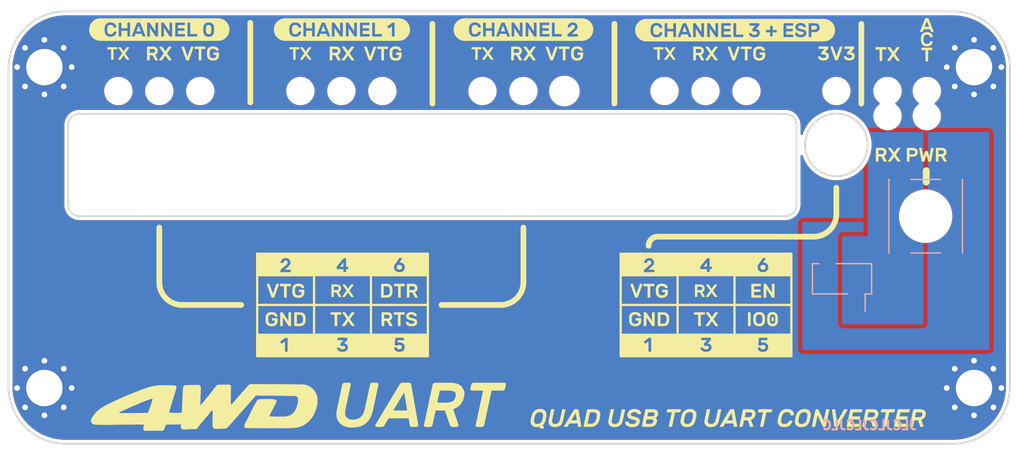
<source format=kicad_pcb>
(kicad_pcb (version 20221018) (generator pcbnew)
  (layers (0 "F.Cu" signal) (31 "B.Cu" signal) (34 "B.Paste" user) (35 "F.Paste" user) (36 "B.SilkS" user "B.Silkscreen") (37 "F.SilkS" user "F.Silkscreen") (38 "B.Mask" user) (39 "F.Mask" user) (44 "Edge.Cuts" user))
  (net 0 "")
  (net 1 "GND")
  (net 2 "/SW0")
  (net 3 "/SW1")
  (footprint "kibuzzard-62DC0E29" (layer "F.Cu") (at 143 75.7)
    (fp_text reference "kibuzzard-62DC0E29" hide)
    (fp_text value "G***" hide)
  )
  (footprint "kibuzzard-62DC0E3F" (layer "F.Cu") (at 155.4 75.7)
    (fp_text reference "kibuzzard-62DC0E3F" hide)
    (fp_text value "G***" hide)
  )
  (footprint "kibuzzard-62DBE6B4" (layer "F.Cu") (at 164.05 96.55)
    (fp_text reference "kibuzzard-62DBE6B4" hide)
    (fp_text value "G***" hide)
  )
  (footprint "MountingHole:MountingHole_3.2mm_M3_Pad_Via" (layer "F.Cu") (at 100.9 76.9)
    (fp_text reference "H21" hide)
    (fp_text value "M3")
    (pad "1" thru_hole circle (at -2.4 0) (size 0.8 0.8) (drill 0.5) (layers "*.Cu" "*.Mask") (net 1 "GND"))
    (pad "1" thru_hole circle (at -1.697056 -1.697056) (size 0.8 0.8) (drill 0.5) (layers "*.Cu" "*.Mask") (net 1 "GND"))
    (pad "1" thru_hole circle (at -1.697056 1.697056) (size 0.8 0.8) (drill 0.5) (layers "*.Cu" "*.Mask") (net 1 "GND"))
    (pad "1" thru_hole circle (at 0 -2.4) (size 0.8 0.8) (drill 0.5) (layers "*.Cu" "*.Mask") (net 1 "GND"))
    (pad "1" thru_hole circle (at 0 0) (size 5.6 5.6) (drill 3.2) (layers "*.Cu" "*.Mask") (net 1 "GND"))
    (pad "1" thru_hole circle (at 0 2.4) (size 0.8 0.8) (drill 0.5) (layers "*.Cu" "*.Mask") (net 1 "GND"))
    (pad "1" thru_hole circle (at 1.697056 -1.697056) (size 0.8 0.8) (drill 0.5) (layers "*.Cu" "*.Mask") (net 1 "GND"))
    (pad "1" thru_hole circle (at 1.697056 1.697056) (size 0.8 0.8) (drill 0.5) (layers "*.Cu" "*.Mask") (net 1 "GND"))
    (pad "1" thru_hole circle (at 2.4 0) (size 0.8 0.8) (drill 0.5) (layers "*.Cu" "*.Mask") (net 1 "GND"))
  )
  (footprint "kibuzzard-62DBE989" (layer "F.Cu") (at 161 107.8)
    (fp_text reference "kibuzzard-62DBE989" hide)
    (fp_text value "G***" hide)
  )
  (footprint "kibuzzard-62DBE531" (layer "F.Cu") (at 164.05 101.3)
    (fp_text reference "kibuzzard-62DBE531" hide)
    (fp_text value "G***" hide)
  )
  (footprint "MountingHole:MountingHole_2.2mm_M2_ISO7380" (layer "F.Cu") (at 159 79)
    (fp_text reference "H4" hide)
    (fp_text value "TX3")
    (pad "" np_thru_hole circle (at 0 0) (size 1.8 1.8) (drill 1.8) (layers "F&B.Cu" "*.Mask"))
  )
  (footprint "MountingHole:MountingHole_2.2mm_M2_ISO7380" (layer "F.Cu") (at 155.4 79)
    (fp_text reference "H12" hide)
    (fp_text value "VTG3")
    (pad "" np_thru_hole circle (at 0 0) (size 1.8 1.8) (drill 1.8) (layers "F&B.Cu" "*.Mask"))
  )
  (footprint "MountingHole:MountingHole_3.2mm_M3_Pad_Via" (layer "F.Cu") (at 182.6 76.9)
    (fp_text reference "H19" hide)
    (fp_text value "M3")
    (pad "1" thru_hole circle (at -2.4 0) (size 0.8 0.8) (drill 0.5) (layers "*.Cu" "*.Mask") (net 1 "GND"))
    (pad "1" thru_hole circle (at -1.697056 -1.697056) (size 0.8 0.8) (drill 0.5) (layers "*.Cu" "*.Mask") (net 1 "GND"))
    (pad "1" thru_hole circle (at -1.697056 1.697056) (size 0.8 0.8) (drill 0.5) (layers "*.Cu" "*.Mask") (net 1 "GND"))
    (pad "1" thru_hole circle (at 0 -2.4) (size 0.8 0.8) (drill 0.5) (layers "*.Cu" "*.Mask") (net 1 "GND"))
    (pad "1" thru_hole circle (at 0 0) (size 5.6 5.6) (drill 3.2) (layers "*.Cu" "*.Mask") (net 1 "GND"))
    (pad "1" thru_hole circle (at 0 2.4) (size 0.8 0.8) (drill 0.5) (layers "*.Cu" "*.Mask") (net 1 "GND"))
    (pad "1" thru_hole circle (at 1.697056 -1.697056) (size 0.8 0.8) (drill 0.5) (layers "*.Cu" "*.Mask") (net 1 "GND"))
    (pad "1" thru_hole circle (at 1.697056 1.697056) (size 0.8 0.8) (drill 0.5) (layers "*.Cu" "*.Mask") (net 1 "GND"))
    (pad "1" thru_hole circle (at 2.4 0) (size 0.8 0.8) (drill 0.5) (layers "*.Cu" "*.Mask") (net 1 "GND"))
  )
  (footprint "kibuzzard-62DBDE64" (layer "F.Cu") (at 175 75.75)
    (fp_text reference "kibuzzard-62DBDE64" hide)
    (fp_text value "G***" hide)
  )
  (footprint "kibuzzard-62DBDE6B" (layer "F.Cu") (at 162.6 75.7)
    (fp_text reference "kibuzzard-62DBDE6B" hide)
    (fp_text value "G***" hide)
  )
  (footprint "kibuzzard-62DBE505" (layer "F.Cu") (at 154.05 94.3)
    (fp_text reference "kibuzzard-62DBE505" hide)
    (fp_text value "G***" hide)
  )
  (footprint "kibuzzard-62DBE2BC" (layer "F.Cu") (at 127.1 99.05)
    (fp_text reference "kibuzzard-62DBE2BC" hide)
    (fp_text value "G***" hide)
  )
  (footprint "kibuzzard-62DBE531" (layer "F.Cu") (at 132.1 101.3)
    (fp_text reference "kibuzzard-62DBE531" hide)
    (fp_text value "G***" hide)
  )
  (footprint "MountingHole:MountingHole_2.2mm_M2_ISO7380" (layer "F.Cu") (at 130.6 79)
    (fp_text reference "H6" hide)
    (fp_text value "RX1")
    (pad "" np_thru_hole circle (at 0 0) (size 1.8 1.8) (drill 1.8) (layers "F&B.Cu" "*.Mask"))
  )
  (footprint "MountingHole:MountingHole_3.2mm_M3_Pad_Via" (layer "F.Cu") (at 182.6 105.1)
    (fp_text reference "H20" hide)
    (fp_text value "M3")
    (pad "1" thru_hole circle (at -2.4 0) (size 0.8 0.8) (drill 0.5) (layers "*.Cu" "*.Mask") (net 1 "GND"))
    (pad "1" thru_hole circle (at -1.697056 -1.697056) (size 0.8 0.8) (drill 0.5) (layers "*.Cu" "*.Mask") (net 1 "GND"))
    (pad "1" thru_hole circle (at -1.697056 1.697056) (size 0.8 0.8) (drill 0.5) (layers "*.Cu" "*.Mask") (net 1 "GND"))
    (pad "1" thru_hole circle (at 0 -2.4) (size 0.8 0.8) (drill 0.5) (layers "*.Cu" "*.Mask") (net 1 "GND"))
    (pad "1" thru_hole circle (at 0 0) (size 5.6 5.6) (drill 3.2) (layers "*.Cu" "*.Mask") (net 1 "GND"))
    (pad "1" thru_hole circle (at 0 2.4) (size 0.8 0.8) (drill 0.5) (layers "*.Cu" "*.Mask") (net 1 "GND"))
    (pad "1" thru_hole circle (at 1.697056 -1.697056) (size 0.8 0.8) (drill 0.5) (layers "*.Cu" "*.Mask") (net 1 "GND"))
    (pad "1" thru_hole circle (at 1.697056 1.697056) (size 0.8 0.8) (drill 0.5) (layers "*.Cu" "*.Mask") (net 1 "GND"))
    (pad "1" thru_hole circle (at 2.4 0) (size 0.8 0.8) (drill 0.5) (layers "*.Cu" "*.Mask") (net 1 "GND"))
  )
  (footprint "MountingHole:MountingHole_2.2mm_M2_ISO7380" (layer "F.Cu") (at 139.4 79)
    (fp_text reference "H11" hide)
    (fp_text value "VTG2")
    (pad "" np_thru_hole circle (at 0 0) (size 1.8 1.8) (drill 1.8) (layers "F&B.Cu" "*.Mask"))
  )
  (footprint "kibuzzard-62DC0E38" (layer "F.Cu") (at 159 75.7)
    (fp_text reference "kibuzzard-62DC0E38" hide)
    (fp_text value "G***" hide)
  )
  (footprint "kibuzzard-62DBE2E2" (layer "F.Cu") (at 154.05 99.05)
    (fp_text reference "kibuzzard-62DBE2E2" hide)
    (fp_text value "G***" hide)
  )
  (footprint "MountingHole:MountingHole_2.2mm_M2_ISO7380" (layer "F.Cu") (at 123.4 79)
    (fp_text reference "H10" hide)
    (fp_text value "VTG1")
    (pad "" np_thru_hole circle (at 0 0) (size 1.8 1.8) (drill 1.8) (layers "F&B.Cu" "*.Mask"))
  )
  (footprint "MountingHole:MountingHole_2.2mm_M2_ISO7380" (layer "F.Cu") (at 175 79)
    (fp_text reference "H13" hide)
    (fp_text value "TXS")
    (pad "" np_thru_hole circle (at 0 0) (size 1.8 1.8) (drill 1.8) (layers "F&B.Cu" "*.Mask"))
  )
  (footprint "kibuzzard-62DBE083" (layer "F.Cu") (at 143 73.6)
    (fp_text reference "kibuzzard-62DBE083" hide)
    (fp_text value "G***" hide)
  )
  (footprint "MountingHole:MountingHole_2.2mm_M2_ISO7380" (layer "F.Cu") (at 175 81.2)
    (fp_text reference "H14" hide)
    (fp_text value "RXS")
    (pad "" np_thru_hole circle (at 0 0) (size 1.8 1.8) (drill 1.8) (layers "F&B.Cu" "*.Mask"))
  )
  (footprint "kibuzzard-62DBE1C8" (layer "F.Cu") (at 178.45 73.2)
    (fp_text reference "kibuzzard-62DBE1C8" hide)
    (fp_text value "G***" hide)
  )
  (footprint "kibuzzard-62DBE2C4" (layer "F.Cu") (at 159.05 96.55)
    (fp_text reference "kibuzzard-62DBE2C4" hide)
    (fp_text value "G***" hide)
  )
  (footprint "kibuzzard-62DC0460" (layer "F.Cu") (at 161.6 73.65)
    (fp_text reference "kibuzzard-62DC0460" hide)
    (fp_text value "G***" hide)
  )
  (footprint "kibuzzard-62DBE4A6" (layer "F.Cu") (at 122.1 101.3)
    (fp_text reference "kibuzzard-62DBE4A6" hide)
    (fp_text value "G***" hide)
  )
  (footprint "MountingHole:MountingHole_3.2mm_M3_Pad_Via" (layer "F.Cu") (at 100.9 105.1)
    (fp_text reference "H18" hide)
    (fp_text value "M3")
    (pad "1" thru_hole circle (at -2.4 0) (size 0.8 0.8) (drill 0.5) (layers "*.Cu" "*.Mask") (net 1 "GND"))
    (pad "1" thru_hole circle (at -1.697056 -1.697056) (size 0.8 0.8) (drill 0.5) (layers "*.Cu" "*.Mask") (net 1 "GND"))
    (pad "1" thru_hole circle (at -1.697056 1.697056) (size 0.8 0.8) (drill 0.5) (layers "*.Cu" "*.Mask") (net 1 "GND"))
    (pad "1" thru_hole circle (at 0 -2.4) (size 0.8 0.8) (drill 0.5) (layers "*.Cu" "*.Mask") (net 1 "GND"))
    (pad "1" thru_hole circle (at 0 0) (size 5.6 5.6) (drill 3.2) (layers "*.Cu" "*.Mask") (net 1 "GND"))
    (pad "1" thru_hole circle (at 0 2.4) (size 0.8 0.8) (drill 0.5) (layers "*.Cu" "*.Mask") (net 1 "GND"))
    (pad "1" thru_hole circle (at 1.697056 -1.697056) (size 0.8 0.8) (drill 0.5) (layers "*.Cu" "*.Mask") (net 1 "GND"))
    (pad "1" thru_hole circle (at 1.697056 1.697056) (size 0.8 0.8) (drill 0.5) (layers "*.Cu" "*.Mask") (net 1 "GND"))
    (pad "1" thru_hole circle (at 2.4 0) (size 0.8 0.8) (drill 0.5) (layers "*.Cu" "*.Mask") (net 1 "GND"))
  )
  (footprint "MountingHole:MountingHole_2.2mm_M2_ISO7380" (layer "F.Cu") (at 127 79)
    (fp_text reference "H2" hide)
    (fp_text value "TX1")
    (pad "" np_thru_hole circle (at 0 0) (size 1.8 1.8) (drill 1.8) (layers "F&B.Cu" "*.Mask"))
  )
  (footprint "MountingHole:MountingHole_2.2mm_M2_ISO7380" (layer "F.Cu") (at 114.6 79)
    (fp_text reference "H5" hide)
    (fp_text value "RX0")
    (pad "" np_thru_hole circle (at 0 0) (size 1.8 1.8) (drill 1.8) (layers "F&B.Cu" "*.Mask"))
  )
  (footprint "kibuzzard-62DBE2D9" (layer "F.Cu") (at 132.1 96.55)
    (fp_text reference "kibuzzard-62DBE2D9" hide)
    (fp_text value "G***" hide)
  )
  (footprint "kibuzzard-62DBE071" (layer "F.Cu") (at 127.05 73.6)
    (fp_text reference "kibuzzard-62DBE071" hide)
    (fp_text value "G***" hide)
  )
  (footprint "kibuzzard-62DBE545" (layer "F.Cu") (at 164.05 94.3)
    (fp_text reference "kibuzzard-62DBE545" hide)
    (fp_text value "G***" hide)
  )
  (footprint "kibuzzard-62DBE1FE" (layer "F.Cu") (at 178.45 84.6)
    (fp_text reference "kibuzzard-62DBE1FE" hide)
    (fp_text value "G***" hide)
  )
  (footprint "kibuzzard-62D9AA82" (layer "F.Cu") (at 134 106.606549)
    (fp_text reference "kibuzzard-62D9AA82" hide)
    (fp_text value "G***" hide)
  )
  (footprint "LOGO" (layer "F.Cu") (at 115.358785 105.487287 -1.4)
    (fp_text reference "G***" hide)
    (fp_text value "LOGO" hide)
  )
  (footprint "kibuzzard-62DBDE6B" (layer "F.Cu") (at 130.65 75.7)
    (fp_text reference "kibuzzard-62DBDE6B" hide)
    (fp_text value "G***" hide)
  )
  (footprint "kibuzzard-62DBE505" (layer "F.Cu") (at 122.1 94.3)
    (fp_text reference "kibuzzard-62DBE505" hide)
    (fp_text value "G***" hide)
  )
  (footprint "kibuzzard-62DC0E10" (layer "F.Cu") (at 107.4 75.7)
    (fp_text reference "kibuzzard-62DC0E10" hide)
    (fp_text value "G***" hide)
  )
  (footprint "kibuzzard-62DBE0FA" (layer "F.Cu") (at 170.5 75.7)
    (fp_text reference "kibuzzard-62DBE0FA" hide)
    (fp_text value "G***" hide)
  )
  (footprint "MountingHole:MountingHole_2.2mm_M2_ISO7380" (layer "F.Cu") (at 111 79)
    (fp_text reference "H1" hide)
    (fp_text value "TX0")
    (pad "" np_thru_hole circle (at 0 0) (size 1.8 1.8) (drill 1.8) (layers "F&B.Cu" "*.Mask"))
  )
  (footprint "kibuzzard-62DBE2E2" (layer "F.Cu") (at 122.1 99.05)
    (fp_text reference "kibuzzard-62DBE2E2" hide)
    (fp_text value "G***" hide)
  )
  (footprint "kibuzzard-62DBE020" (layer "F.Cu") (at 111 73.6)
    (fp_text reference "kibuzzard-62DBE020" hide)
    (fp_text value "G***" hide)
  )
  (footprint "kibuzzard-62DC0E21" (layer "F.Cu") (at 123.4 75.7)
    (fp_text reference "kibuzzard-62DC0E21" hide)
    (fp_text value "G***" hide)
  )
  (footprint "kibuzzard-62DBE386" (layer "F.Cu") (at 132.1 99.05)
    (fp_text reference "kibuzzard-62DBE386" hide)
    (fp_text value "G***" hide)
  )
  (footprint "kibuzzard-62DBE523" (layer "F.Cu") (at 127.1 94.3)
    (fp_text reference "kibuzzard-62DBE523" hide)
    (fp_text value "G***" hide)
  )
  (footprint "kibuzzard-62DBE2BC" (layer "F.Cu") (at 159.05 99.05)
    (fp_text reference "kibuzzard-62DBE2BC" hide)
    (fp_text value "G***" hide)
  )
  (footprint "kibuzzard-62DBE2B6" (layer "F.Cu") (at 122.1 96.55)
    (fp_text reference "kibuzzard-62DBE2B6" hide)
    (fp_text value "G***" hide)
  )
  (footprint "kibuzzard-62DBE135" (layer "F.Cu") (at 175.05 84.6)
    (fp_text reference "kibuzzard-62DBE135" hide)
    (fp_text value "G***" hide)
  )
  (footprint "kibuzzard-62DBDE6B" (layer "F.Cu") (at 146.6 75.7)
    (fp_text reference "kibuzzard-62DBDE6B" hide)
    (fp_text value "G***" hide)
  )
  (footprint "MountingHole:MountingHole_2.2mm_M2_ISO7380" (layer "F.Cu") (at 146.6 79)
    (fp_text reference "H7" hide)
    (fp_text value "RX2")
    (pad "" np_thru_hole circle (at 0 0) (size 2 2) (drill 2) (layers "F&B.Cu" "*.Mask"))
  )
  (footprint "kibuzzard-62DBE545" (layer "F.Cu") (at 132.1 94.3)
    (fp_text reference "kibuzzard-62DBE545" hide)
    (fp_text value "G***" hide)
  )
  (footprint "MountingHole:MountingHole_2.2mm_M2_ISO7380" (layer "F.Cu") (at 178.45 79)
    (fp_text reference "H16" hide)
    (fp_text value "ACT")
    (pad "" np_thru_hole circle (at 0 0) (size 1.8 1.8) (drill 1.8) (layers "F&B.Cu" "*.Mask"))
  )
  (footprint "kibuzzard-62DBE523" (layer "F.Cu") (at 159.05 94.3)
    (fp_text reference "kibuzzard-62DBE523" hide)
    (fp_text value "G***" hide)
  )
  (footprint "MountingHole:MountingHole_2.2mm_M2_ISO7380" (layer "F.Cu") (at 178.45 81.2)
    (fp_text reference "H17" hide)
    (fp_text value "PWR")
    (pad "" np_thru_hole circle (at 0 0) (size 1.8 1.8) (drill 1.8) (layers "F&B.Cu" "*.Mask"))
  )
  (footprint "MountingHole:MountingHole_2.2mm_M2_ISO7380" (layer "F.Cu") (at 170.5 79)
    (fp_text reference "H15" hide)
    (fp_text value "INT3V3")
    (pad "" np_thru_hole circle (at 0 0) (size 1.8 1.8) (drill 1.8) (layers "F&B.Cu" "*.Mask"))
  )
  (footprint "kibuzzard-62DC0E32" (layer "F.Cu") (at 139.4 75.7)
    (fp_text reference "kibuzzard-62DC0E32" hide)
    (fp_text value "G***" hide)
  )
  (footprint "kibuzzard-62DC0E19" (layer "F.Cu") (at 127.05 75.7)
    (fp_text reference "kibuzzard-62DC0E19" hide)
    (fp_text value "G***" hide)
  )
  (footprint "kibuzzard-62DBE511" (layer "F.Cu") (at 159.05 101.3)
    (fp_text reference "kibuzzard-62DBE511" hide)
    (fp_text value "G***" hide)
  )
  (footprint "MountingHole:MountingHole_2.2mm_M2_ISO7380" (layer "F.Cu") (at 143 79)
    (fp_text reference "H3" hide)
    (fp_text value "TX2")
    (pad "" np_thru_hole circle (at 0 0) (size 1.8 1.8) (drill 1.8) (layers "F&B.Cu" "*.Mask"))
  )
  (footprint "kibuzzard-62DBE511" (layer "F.Cu") (at 127.1 101.3)
    (fp_text reference "kibuzzard-62DBE511" hide)
    (fp_text value "G***" hide)
  )
  (footprint "kibuzzard-62DBDE6B" (layer "F.Cu") (at 114.6 75.7)
    (fp_text reference "kibuzzard-62DBDE6B" hide)
    (fp_text value "G***" hide)
  )
  (footprint "kibuzzard-62DBE6A2" (layer "F.Cu") (at 164.05 99.05)
    (fp_text reference "kibuzzard-62DBE6A2" hide)
    (fp_text value "G***" hide)
  )
  (footprint "MountingHole:MountingHole_2.2mm_M2_ISO7380" (layer "F.Cu") (at 107.4 79 45)
    (fp_text reference "H9" hide)
    (fp_text value "VTG0")
    (pad "" np_thru_hole circle (at 0 0 45) (size 1.8 1.8) (drill 1.8) (layers "F&B.Cu" "*.Mask"))
  )
  (footprint "kibuzzard-62DBE2C4" (layer "F.Cu") (at 127.1 96.55)
    (fp_text reference "kibuzzard-62DBE2C4" hide)
    (fp_text value "G***" hide)
  )
  (footprint "kibuzzard-62DBE1D8" (layer "F.Cu") (at 178.45 75.8)
    (fp_text reference "kibuzzard-62DBE1D8" hide)
    (fp_text value "G***" hide)
  )
  (footprint "kibuzzard-62DBE2B6" (layer "F.Cu") (at 154.05 96.55)
    (fp_text reference "kibuzzard-62DBE2B6" hide)
    (fp_text value "G***" hide)
  )
  (footprint "kibuzzard-62DBE1D1" (layer "F.Cu") (at 178.45 74.45)
    (fp_text reference "kibuzzard-62DBE1D1" hide)
    (fp_text value "G***" hide)
  )
  (footprint "MountingHole:MountingHole_2.2mm_M2_ISO7380" (layer "F.Cu") (at 162.6 79)
    (fp_text reference "H8" hide)
    (fp_text value "RX3")
    (pad "" np_thru_hole circle (at 0 0) (size 1.8 1.8) (drill 1.8) (layers "F&B.Cu" "*.Mask"))
  )
  (footprint "kibuzzard-62DBE4A6" (layer "F.Cu") (at 154.05 101.3)
    (fp_text reference "kibuzzard-62DBE4A6" hide)
    (fp_text value "G***" hide)
  )
  (footprint "kibuzzard-62DC0E09" (layer "F.Cu") (at 111 75.7)
    (fp_text reference "kibuzzard-62DC0E09" hide)
    (fp_text value "G***" hide)
  )
  (footprint "H_switches:SW_Push_1P1T_NO_6x6mm_H9.5mm_reverse_mount" (layer "B.Cu") (at 178.35 90 90)
    (fp_text reference "SW1" hide)
    (fp_text value "SW_Push")
    (pad "" np_thru_hole circle (at 0 0 90) (size 4 4) (drill 4) (layers "*.Cu" "*.Mask"))
    (pad "1" smd roundrect (at -5.08 2.286 90) (size 3 3) (layers "B.Cu" "B.Paste" "B.Mask") (net 3 "/SW1"))
    (pad "1" smd roundrect (at 5.08 2.25 90) (size 3 3) (layers "B.Cu" "B.Paste" "B.Mask") (net 3 "/SW1"))
    (pad "2" smd roundrect (at -5.08 -2.25 90) (size 3 3) (layers "B.Cu" "B.Paste" "B.Mask") (net 2 "/SW0"))
    (pad "2" smd roundrect (at 5.08 -2.25 90) (size 3 3) (layers "B.Cu" "B.Paste" "B.Mask") (net 2 "/SW0"))
  )
  (footprint "Connector_PinHeader_2.54mm:PinHeader_1x02_P2.54mm_Vertical_SMD_Pin1Left" (layer "B.Cu") (at 171 95.5 90)
    (fp_text reference "J1" hide)
    (fp_text value "Conn_01x02")
    (pad "1" smd rect (at -1.655 1.27 90) (size 2.51 1) (layers "B.Cu" "B.Paste" "B.Mask") (net 2 "/SW0"))
    (pad "2" smd rect (at 1.655 -1.27 90) (size 2.51 1) (layers "B.Cu" "B.Paste" "B.Mask") (net 3 "/SW1"))
  )
  (gr_line (start 124.6 95.3) (end 124.6 100.3) (stroke (width 0.2)) (layer "F.SilkS"))
  (gr_line (start 156.55 95.3) (end 156.55 100.3) (stroke (width 0.2)) (layer "F.SilkS"))
  (gr_line (start 119 80) (end 119 73) (stroke (width 0.5)) (layer "F.SilkS"))
  (gr_line (start 143 91) (end 143.000001 95.799999) (stroke (width 0.5)) (layer "F.SilkS"))
  (gr_line (start 170.5 87.5) (end 170.500001 89.799999) (stroke (width 0.5)) (layer "F.SilkS"))
  (gr_line (start 119.6 97.8) (end 134.6 97.8) (stroke (width 0.2)) (layer "F.SilkS"))
  (gr_line (start 111 91) (end 111.000001 95.799999) (stroke (width 0.5)) (layer "F.SilkS"))
  (gr_line (start 151 80.1) (end 151 73.1) (stroke (width 0.5)) (layer "F.SilkS"))
  (gr_arc (start 154.000001 92.599999) (mid 154.234315 92.034314) (end 154.8 91.8) (stroke (width 0.5)) (layer "F.SilkS"))
  (gr_line (start 141 97.8) (end 135.8 97.8) (stroke (width 0.5)) (layer "F.SilkS"))
  (gr_line (start 135 80.1) (end 135 73.1) (stroke (width 0.5)) (layer "F.SilkS"))
  (gr_line (start 129.6 95.3) (end 129.6 100.3) (stroke (width 0.2)) (layer "F.SilkS"))
  (gr_rect (start 119.6 93.3) (end 134.6 102.3) (stroke (width 0.2)) (fill none) (layer "F.SilkS"))
  (gr_line (start 178.4 86) (end 178.4 87) (stroke (width 0.6)) (layer "F.SilkS"))
  (gr_line (start 151.55 97.8) (end 166.55 97.8) (stroke (width 0.2)) (layer "F.SilkS"))
  (gr_rect (start 151.55 93.3) (end 166.55 102.3) (stroke (width 0.2)) (fill none) (layer "F.SilkS"))
  (gr_line (start 172.7 80.1) (end 172.7 73.1) (stroke (width 0.5)) (layer "F.SilkS"))
  (gr_arc (start 113.000002 97.8) (mid 111.585788 97.214213) (end 111.000001 95.799999) (stroke (width 0.5)) (layer "F.SilkS"))
  (gr_arc (start 143.000001 95.799999) (mid 142.414214 97.214213) (end 141 97.8) (stroke (width 0.5)) (layer "F.SilkS"))
  (gr_arc (start 170.500001 89.799999) (mid 169.914214 91.214213) (end 168.5 91.8) (stroke (width 0.5)) (layer "F.SilkS"))
  (gr_line (start 118.200002 97.8) (end 113.000002 97.8) (stroke (width 0.5)) (layer "F.SilkS"))
  (gr_line (start 161.55 95.3) (end 161.55 100.3) (stroke (width 0.2)) (layer "F.SilkS"))
  (gr_line (start 168.5 91.8) (end 154.8 91.8) (stroke (width 0.5)) (layer "F.SilkS"))
  (gr_line (start 164.9 98.95) (end 164.9 99.15) (stroke (width 0.2)) (layer "F.SilkS"))
  (gr_arc (start 102.75 110) (mid 99.214466 108.535534) (end 97.75 105) (stroke (width 0.16)) (layer "Edge.Cuts"))
  (gr_line (start 103 89) (end 103 82) (stroke (width 0.16)) (layer "Edge.Cuts"))
  (gr_circle (center 170.5 83.74) (end 167.75 83.74) (stroke (width 0.16)) (fill none) (layer "Edge.Cuts"))
  (gr_line (start 102.75 72) (end 180.75 72) (stroke (width 0.16)) (layer "Edge.Cuts"))
  (gr_line (start 180.75 110) (end 102.75 110) (stroke (width 0.16)) (layer "Edge.Cuts"))
  (gr_arc (start 180.75 72) (mid 184.285534 73.464466) (end 185.75 77) (stroke (width 0.16)) (layer "Edge.Cuts"))
  (gr_arc (start 166 81) (mid 166.707107 81.292893) (end 167 82) (stroke (width 0.16)) (layer "Edge.Cuts"))
  (gr_arc (start 103 82) (mid 103.292893 81.292893) (end 104 81) (stroke (width 0.16)) (layer "Edge.Cuts"))
  (gr_line (start 185.75 77) (end 185.75 105) (stroke (width 0.16)) (layer "Edge.Cuts"))
  (gr_line (start 167 82) (end 167 89) (stroke (width 0.16)) (layer "Edge.Cuts"))
  (gr_arc (start 185.75 105) (mid 184.285534 108.535534) (end 180.75 110) (stroke (width 0.16)) (layer "Edge.Cuts"))
  (gr_line (start 97.75 105) (end 97.75 77) (stroke (width 0.16)) (layer "Edge.Cuts"))
  (gr_arc (start 104 90) (mid 103.292893 89.707107) (end 103 89) (stroke (width 0.16)) (layer "Edge.Cuts"))
  (gr_arc (start 97.75 77) (mid 99.214466 73.464466) (end 102.75 72) (stroke (width 0.16)) (layer "Edge.Cuts"))
  (gr_line (start 166 90) (end 104 90) (stroke (width 0.16)) (layer "Edge.Cuts"))
  (gr_arc (start 167 89) (mid 166.707107 89.707107) (end 166 90) (stroke (width 0.16)) (layer "Edge.Cuts"))
  (gr_line (start 104 81) (end 166 81) (stroke (width 0.16)) (layer "Edge.Cuts"))
  (gr_text "JLCJLCJLCJLC" (at 173.4 108.375) (layer "B.SilkS") (effects (font (size 0.8 0.8) (thickness 0.2)) (justify mirror)))
  (zone (net 1) (net_name "GND") (layers "F&B.Cu") (connect_pads yes (clearance 0.35)) (min_thickness 0.2) (fill yes (thermal_gap 0.508) (thermal_bridge_width 0.508))
    (polygon (pts (xy 187 111) (xy 97 111) (xy 97 71) (xy 187 71)))
  )
  (zone (net 3) (net_name "/SW1") (layer "B.Cu") (priority 1) (connect_pads yes (clearance 0.35)) (min_thickness 0.2) (fill yes (thermal_gap 0.508) (thermal_bridge_width 0.508))
    (polygon (pts (xy 167.5 101.75) (xy 167.5 90.5) (xy 178.549999 90.5) (xy 178.549999 82.6) (xy 183.95 82.6) (xy 183.95 101.75)))
  )
  (zone (net 2) (net_name "/SW0") (layer "B.Cu") (priority 2) (connect_pads yes (clearance 0.35)) (min_thickness 0.2) (fill yes (thermal_gap 0.508) (thermal_bridge_width 0.508))
    (polygon (pts (xy 171 99.5) (xy 171 91.75) (xy 173.25 91.75) (xy 173.25 82.6) (xy 178.150001 82.6) (xy 178.150001 99.5)))
  )
)
</source>
